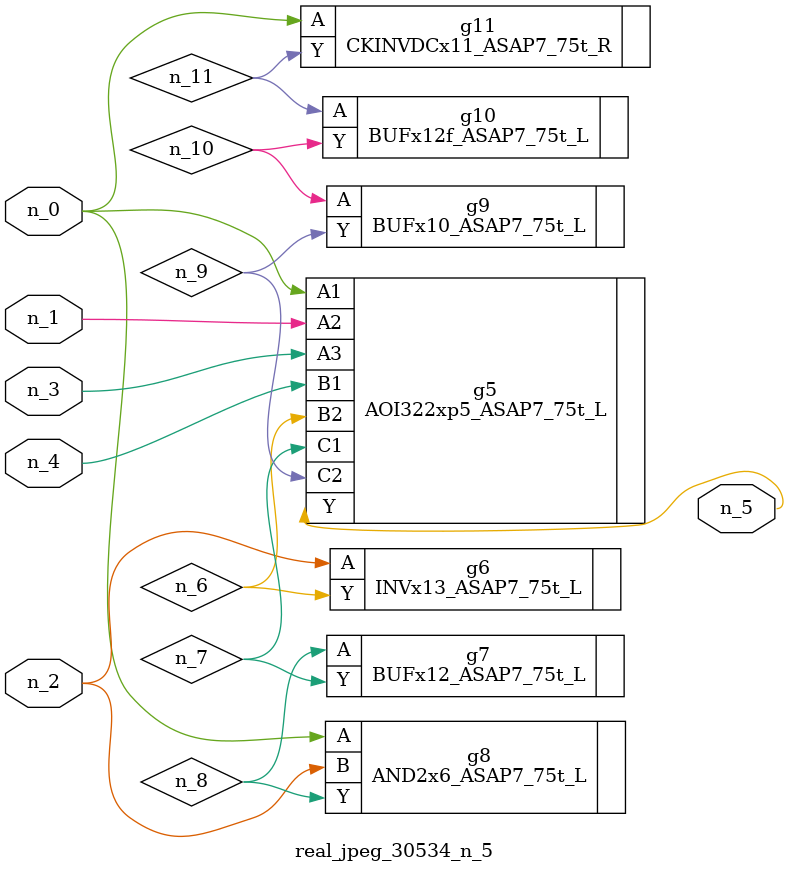
<source format=v>
module real_jpeg_30534_n_5 (n_4, n_0, n_1, n_2, n_3, n_5);

input n_4;
input n_0;
input n_1;
input n_2;
input n_3;

output n_5;

wire n_8;
wire n_11;
wire n_6;
wire n_7;
wire n_10;
wire n_9;

AOI322xp5_ASAP7_75t_L g5 ( 
.A1(n_0),
.A2(n_1),
.A3(n_3),
.B1(n_4),
.B2(n_6),
.C1(n_7),
.C2(n_9),
.Y(n_5)
);

AND2x6_ASAP7_75t_L g8 ( 
.A(n_0),
.B(n_2),
.Y(n_8)
);

CKINVDCx11_ASAP7_75t_R g11 ( 
.A(n_0),
.Y(n_11)
);

INVx13_ASAP7_75t_L g6 ( 
.A(n_2),
.Y(n_6)
);

BUFx12_ASAP7_75t_L g7 ( 
.A(n_8),
.Y(n_7)
);

BUFx10_ASAP7_75t_L g9 ( 
.A(n_10),
.Y(n_9)
);

BUFx12f_ASAP7_75t_L g10 ( 
.A(n_11),
.Y(n_10)
);


endmodule
</source>
